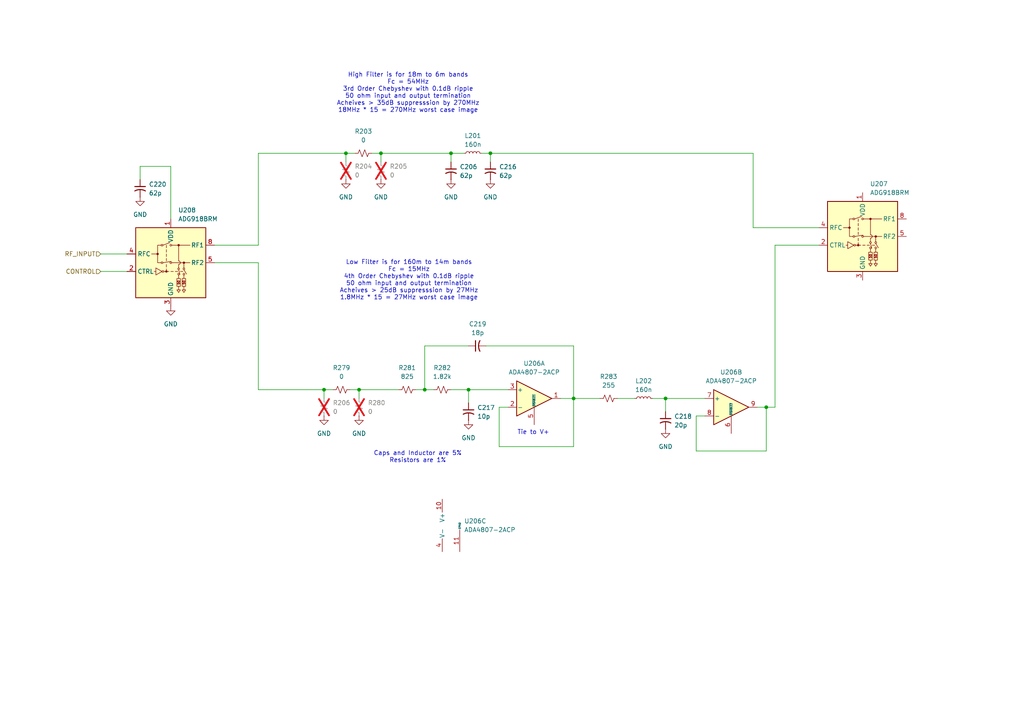
<source format=kicad_sch>
(kicad_sch (version 20250114) (generator "eeschema") (generator_version "9.0")
  (paper "A4")
  (lib_symbols
    (symbol "Amplifier_Operational:ADA4807-2ACP" (pin_names (offset 0.127))
      (property "Reference" "U" (at 3.81 5.08 0))
      (property "Value" "ADA4807-2ACP" (at 3.81 -5.08 0))
      (symbol "ADA4807-2ACP_1_1"
        (polyline (pts (xy -5.08 5.08) (xy 5.08 0) (xy -5.08 -5.08) (xy -5.08 5.08)) (stroke (width 0.254)) (fill (type background)))
        (pin input line (at -7.62 2.54 0) (length 2.54) (name "+") (number "3"))
        (pin input line (at -7.62 -2.54 0) (length 2.54) (name "-") (number "2"))
        (pin input line (at 0 -7.62 90) (length 5.08) (name "~{DISABLE1}") (number "5"))
        (pin output line (at 7.62 0 180) (length 2.54) (name "~") (number "1"))
      )
      (symbol "ADA4807-2ACP_2_1"
        (polyline (pts (xy -5.08 5.08) (xy 5.08 0) (xy -5.08 -5.08) (xy -5.08 5.08)) (stroke (width 0.254)) (fill (type background)))
        (pin input line (at -7.62 2.54 0) (length 2.54) (name "+") (number "7"))
        (pin input line (at -7.62 -2.54 0) (length 2.54) (name "-") (number "8"))
        (pin input line (at 0 -7.62 90) (length 5.08) (name "~{DISABLE2}") (number "6"))
        (pin output line (at 7.62 0 180) (length 2.54) (name "~") (number "9"))
      )
      (symbol "ADA4807-2ACP_3_1"
        (pin power_in line (at -2.54 7.62 270) (length 3.81) (name "V+") (number "10"))
        (pin power_in line (at -2.54 -7.62 90) (length 3.81) (name "V-") (number "4"))
        (pin power_in line (at 2.54 -7.62 90) (length 6.35) (name "EPAD") (number "11"))
      )
    )
    (symbol "Device:C_Small_US" (pin_numbers (hide yes)) (pin_names (offset 0.254) (hide yes))
      (property "Reference" "C" (at 0.254 1.778 0))
      (property "Value" "C_Small_US" (at 0.254 -2.032 0))
      (symbol "C_Small_US_0_1"
        (polyline (pts (xy -1.524 0.508) (xy 1.524 0.508)) (stroke (width 0.3048)))
        (arc (start -1.524 -0.762) (mid 0 -0.3734) (end 1.524 -0.762) (stroke (width 0.3048)))
      )
      (symbol "C_Small_US_1_1"
        (pin passive line (at 0 2.54 270) (length 2.032) (name "~") (number "1"))
        (pin passive line (at 0 -2.54 90) (length 2.032) (name "~") (number "2"))
      )
    )
    (symbol "Device:L_Small" (pin_numbers (hide yes)) (pin_names (offset 0.254) (hide yes))
      (property "Reference" "L" (at 0.762 1.016 0))
      (property "Value" "L_Small" (at 0.762 -1.016 0))
      (symbol "L_Small_0_1"
        (arc (start 0 2.032) (mid 0.5058 1.524) (end 0 1.016))
        (arc (start 0 1.016) (mid 0.5058 0.508) (end 0 0))
        (arc (start 0 0) (mid 0.5058 -0.508) (end 0 -1.016))
        (arc (start 0 -1.016) (mid 0.5058 -1.524) (end 0 -2.032))
      )
      (symbol "L_Small_1_1"
        (pin passive line (at 0 2.54 270) (length 0.508) (name "~") (number "1"))
        (pin passive line (at 0 -2.54 90) (length 0.508) (name "~") (number "2"))
      )
    )
    (symbol "Device:R_Small_US" (pin_numbers (hide yes)) (pin_names (offset 0.254) (hide yes))
      (property "Reference" "R" (at 0.762 0.508 0))
      (property "Value" "R_Small_US" (at 0.762 -1.016 0))
      (symbol "R_Small_US_1_1"
        (polyline (pts (xy 0 1.524) (xy 1.016 1.143) (xy 0 0.762) (xy -1.016 0.381) (xy 0 0)))
        (polyline (pts (xy 0 0) (xy 1.016 -0.381) (xy 0 -0.762) (xy -1.016 -1.143) (xy 0 -1.524)))
        (pin passive line (at 0 2.54 270) (length 1.016) (name "~") (number "1"))
        (pin passive line (at 0 -2.54 90) (length 1.016) (name "~") (number "2"))
      )
    )
    (symbol "RF_Switch:ADG918BRM"
      (property "Reference" "U" (at -10.16 11.43 0))
      (property "Value" "ADG918BRM" (at 1.27 11.43 0))
      (symbol "ADG918BRM_0_0"
        (rectangle (start -10.16 10.16) (end 10.16 -10.16) (stroke (width 0.254)) (fill (type background)))
        (polyline (pts (xy -4.318 -1.524) (xy -4.318 -3.556) (xy -2.54 -2.54) (xy -4.318 -1.524)))
        (polyline (pts (xy -4.318 -2.54) (xy -4.826 -2.54)))
        (circle (center -3.81 2.54) (radius 0.254) (fill (type outline)))
        (polyline (pts (xy -3.81 2.54) (xy -5.588 2.54)))
        (polyline (pts (xy -2.794 0) (xy -3.81 0) (xy -3.81 5.08) (xy -2.794 5.08)))
        (circle (center -2.286 -2.54) (radius 0.254))
        (polyline (pts (xy -1.27 5.08) (xy -1.27 4.318)))
        (polyline (pts (xy -1.27 3.81) (xy -1.27 3.048)))
        (polyline (pts (xy -1.27 2.54) (xy -1.27 1.778)))
        (polyline (pts (xy -1.27 1.27) (xy -1.27 0.508)))
        (polyline (pts (xy -1.27 -1.27) (xy -1.27 -0.508)))
        (circle (center -1.27 -2.54) (radius 0.254) (fill (type outline)))
        (polyline (pts (xy -1.27 -2.54) (xy -1.27 -1.778)))
        (polyline (pts (xy -0.508 -2.54) (xy -2.032 -2.54)))
        (polyline (pts (xy 0 -2.54) (xy 0.762 -2.54)))
        (polyline (pts (xy 0.254 5.08) (xy 5.588 5.08)))
        (polyline (pts (xy 0.254 0) (xy 5.588 0)))
        (polyline (pts (xy 2.032 -2.54) (xy 1.27 -2.54)))
        (arc (start 2.286 0.508) (mid 2.792 0) (end 2.286 -0.508))
        (polyline (pts (xy 2.286 0.508) (xy 2.286 5.08)))
        (polyline (pts (xy 3.556 -2.54) (xy 2.794 -2.54)))
        (text "50" (at 2.286 -5.715 900) (effects (font (size 0.635 0.635))))
        (text "50" (at 3.81 -5.715 900) (effects (font (size 0.635 0.635))))
      )
      (symbol "ADG918BRM_0_1"
        (circle (center -2.54 5.08) (radius 0.254))
        (circle (center -2.54 0) (radius 0.254))
        (polyline (pts (xy -2.286 5.08) (xy -0.254 5.842)))
        (polyline (pts (xy -2.286 0) (xy 0.127 0.381)))
        (circle (center 0 5.08) (radius 0.254))
        (circle (center 0 0) (radius 0.254))
        (rectangle (start 1.778 -4.572) (end 2.794 -6.858))
        (circle (center 2.286 5.08) (radius 0.254) (fill (type outline)))
        (polyline (pts (xy 2.286 -0.508) (xy 2.286 -1.524)))
        (circle (center 2.286 -1.778) (radius 0.254))
        (polyline (pts (xy 2.286 -2.032) (xy 2.667 -3.429)))
        (circle (center 2.286 -3.302) (radius 0.254))
        (polyline (pts (xy 2.286 -3.556) (xy 2.286 -4.572)))
        (polyline (pts (xy 2.286 -6.858) (xy 2.286 -7.874) (xy 1.778 -7.874) (xy 2.286 -8.636) (xy 2.794 -7.874) (xy 2.286 -7.874)))
        (rectangle (start 3.302 -4.572) (end 4.318 -6.858))
        (polyline (pts (xy 3.81 0) (xy 3.81 -1.524)))
        (circle (center 3.81 0) (radius 0.254) (fill (type outline)))
        (circle (center 3.81 -1.778) (radius 0.254))
        (polyline (pts (xy 3.81 -2.032) (xy 4.572 -3.302)))
        (circle (center 3.81 -3.302) (radius 0.254))
        (polyline (pts (xy 3.81 -3.556) (xy 3.81 -4.572)))
        (polyline (pts (xy 3.81 -6.858) (xy 3.81 -7.874) (xy 3.302 -7.874) (xy 3.81 -8.636) (xy 4.318 -7.874) (xy 3.81 -7.874)))
      )
      (symbol "ADG918BRM_1_1"
        (pin passive line (at -12.7 2.54 0) (length 2.54) (name "RFC") (number "4"))
        (pin input line (at -12.7 -2.54 0) (length 2.54) (name "CTRL") (number "2"))
        (pin power_in line (at 0 12.7 270) (length 2.54) (name "VDD") (number "1"))
        (pin power_in line (at 0 -12.7 90) (length 2.54) (name "GND") (number "3"))
        (pin passive line (at 0 -12.7 90) (length 2.54) (hide yes) (name "GND") (number "6"))
        (pin passive line (at 0 -12.7 90) (length 2.54) (hide yes) (name "GND") (number "7"))
        (pin passive line (at 12.7 5.08 180) (length 2.54) (name "RF1") (number "8"))
        (pin passive line (at 12.7 0 180) (length 2.54) (name "RF2") (number "5"))
      )
    )
    (symbol "power:GND" (power) (pin_numbers (hide yes)) (pin_names (offset 0) (hide yes))
      (property "Value" "GND" (at 0 -3.81 0))
      (symbol "GND_0_1"
        (polyline (pts (xy 0 0) (xy 0 -1.27) (xy 1.27 -1.27) (xy 0 -2.54) (xy -1.27 -1.27) (xy 0 -1.27)))
      )
      (symbol "GND_1_1"
        (pin power_in line (at 0 0 270) (length 0) (name "~") (number "1"))
      )
    )
  )
  (text "Caps and Inductor are 5%\nResistors are 1%" (at 121.158 132.588 0) (effects (font (size 1.27 1.27))))
  (text "Low Filter is for 160m to 14m bands\nFc = 15MHz\n4th Order Chebyshev with 0.1dB ripple\n50 ohm input and output termination\nAcheives > 25dB suppresssion by 27MHz\n1.8MHz * 15 = 27MHz worst case image" (at 118.618 81.28 0) (effects (font (size 1.27 1.27))))
  (text "High Filter is for 18m to 6m bands\nFc = 54MHz\n3rd Order Chebyshev with 0.1dB ripple\n50 ohm input and output termination\nAcheives > 35dB suppresssion by 270MHz\n18MHz * 15 = 270MHz worst case image" (at 118.364 26.924 0) (effects (font (size 1.27 1.27))))
  (text "Tie to V+" (at 154.686 125.476 0) (effects (font (size 1.27 1.27))))
  (junction (at 110.49 44.45))
  (junction (at 100.33 44.45))
  (junction (at 222.25 118.11))
  (junction (at 104.14 113.03))
  (junction (at 166.37 115.57))
  (junction (at 193.04 115.57))
  (junction (at 123.19 113.03))
  (junction (at 142.24 44.45))
  (junction (at 93.98 113.03))
  (junction (at 130.81 44.45))
  (junction (at 135.89 113.03))
  (wire (pts (xy 193.04 115.57) (xy 204.47 115.57)))
  (wire (pts (xy 62.23 71.12) (xy 74.93 71.12)))
  (wire (pts (xy 74.93 113.03) (xy 93.98 113.03)))
  (wire (pts (xy 162.56 115.57) (xy 166.37 115.57)))
  (wire (pts (xy 93.98 113.03) (xy 93.98 115.57)))
  (wire (pts (xy 166.37 129.54) (xy 144.78 129.54)))
  (wire (pts (xy 166.37 100.33) (xy 166.37 115.57)))
  (wire (pts (xy 219.71 118.11) (xy 222.25 118.11)))
  (wire (pts (xy 29.21 73.66) (xy 36.83 73.66)))
  (wire (pts (xy 222.25 130.81) (xy 201.93 130.81)))
  (wire (pts (xy 123.19 113.03) (xy 125.73 113.03)))
  (wire (pts (xy 74.93 71.12) (xy 74.93 44.45)))
  (wire (pts (xy 189.23 115.57) (xy 193.04 115.57)))
  (wire (pts (xy 179.07 115.57) (xy 184.15 115.57)))
  (wire (pts (xy 135.89 113.03) (xy 147.32 113.03)))
  (wire (pts (xy 100.33 44.45) (xy 102.87 44.45)))
  (wire (pts (xy 237.49 66.04) (xy 218.44 66.04)))
  (wire (pts (xy 201.93 130.81) (xy 201.93 120.65)))
  (wire (pts (xy 100.33 44.45) (xy 100.33 46.99)))
  (wire (pts (xy 224.79 118.11) (xy 224.79 71.12)))
  (wire (pts (xy 40.64 52.07) (xy 40.64 48.26)))
  (wire (pts (xy 107.95 44.45) (xy 110.49 44.45)))
  (wire (pts (xy 218.44 44.45) (xy 142.24 44.45)))
  (wire (pts (xy 123.19 100.33) (xy 123.19 113.03)))
  (wire (pts (xy 144.78 129.54) (xy 144.78 118.11)))
  (wire (pts (xy 135.89 100.33) (xy 123.19 100.33)))
  (wire (pts (xy 130.81 113.03) (xy 135.89 113.03)))
  (wire (pts (xy 193.04 119.38) (xy 193.04 115.57)))
  (wire (pts (xy 222.25 118.11) (xy 224.79 118.11)))
  (wire (pts (xy 142.24 44.45) (xy 142.24 46.99)))
  (wire (pts (xy 201.93 120.65) (xy 204.47 120.65)))
  (wire (pts (xy 29.21 78.74) (xy 36.83 78.74)))
  (wire (pts (xy 218.44 66.04) (xy 218.44 44.45)))
  (wire (pts (xy 101.6 113.03) (xy 104.14 113.03)))
  (wire (pts (xy 110.49 44.45) (xy 130.81 44.45)))
  (wire (pts (xy 93.98 113.03) (xy 96.52 113.03)))
  (wire (pts (xy 134.62 44.45) (xy 130.81 44.45)))
  (wire (pts (xy 166.37 115.57) (xy 173.99 115.57)))
  (wire (pts (xy 135.89 113.03) (xy 135.89 116.84)))
  (wire (pts (xy 74.93 44.45) (xy 100.33 44.45)))
  (wire (pts (xy 139.7 44.45) (xy 142.24 44.45)))
  (wire (pts (xy 120.65 113.03) (xy 123.19 113.03)))
  (wire (pts (xy 104.14 113.03) (xy 104.14 115.57)))
  (wire (pts (xy 140.97 100.33) (xy 166.37 100.33)))
  (wire (pts (xy 49.53 48.26) (xy 49.53 63.5)))
  (wire (pts (xy 166.37 115.57) (xy 166.37 129.54)))
  (wire (pts (xy 74.93 76.2) (xy 74.93 113.03)))
  (wire (pts (xy 130.81 44.45) (xy 130.81 46.99)))
  (wire (pts (xy 62.23 76.2) (xy 74.93 76.2)))
  (wire (pts (xy 115.57 113.03) (xy 104.14 113.03)))
  (wire (pts (xy 144.78 118.11) (xy 147.32 118.11)))
  (wire (pts (xy 110.49 44.45) (xy 110.49 46.99)))
  (wire (pts (xy 222.25 118.11) (xy 222.25 130.81)))
  (wire (pts (xy 40.64 48.26) (xy 49.53 48.26)))
  (wire (pts (xy 224.79 71.12) (xy 237.49 71.12)))
  (hierarchical_label "RF_INPUT" (shape input) (at 29.21 73.66 180))
  (hierarchical_label "CONTROL" (shape input) (at 29.21 78.74 180))
  (symbol (lib_id "Amplifier_Operational:ADA4807-2ACP") (at 130.81 152.4 0) (unit 3)
    (property "Reference" "U206" (at 134.62 151.1299 0) (effects (justify left)))
    (property "Value" "ADA4807-2ACP" (at 134.62 153.6699 0) (effects (justify left)))
    (property "Footprint" "Package_CSP:LFCSP-WD-10-1EP_3x3mm_P0.5mm_EP1.64x2.38mm" (effects (hide yes)))
    (property "Datasheet" "https://www.analog.com/media/en/technical-documentation/data-sheets/ADA4807-1_4807-2_4807-4.pdf" (effects (hide yes)))
    (property "Description" "Dual Rail-to-Rail Input/Output Amplifiers, with disable, SC-70-6/SOT-23-6" (effects (hide yes)))
  )
  (symbol (lib_id "Device:L_Small") (at 137.16 44.45 270) (mirror x) (unit 1)
    (property "Reference" "L201" (at 137.16 39.37 90))
    (property "Value" "160n" (at 137.16 41.91 90))
    (property "Description" "Inductor, small symbol" (effects (hide yes)))
  )
  (symbol (lib_id "Device:C_Small_US") (at 142.24 49.53 0) (unit 1)
    (property "Reference" "C216" (at 144.78 48.3869 0) (effects (justify left)))
    (property "Value" "62p" (at 144.78 50.9269 0) (effects (justify left)))
    (property "Description" "capacitor, small US symbol" (effects (hide yes)))
  )
  (symbol (lib_id "power:GND") (at 93.98 120.65 0) (unit 1)
    (property "Reference" "#PWR0249" (effects (hide yes)))
    (property "Value" "GND" (at 93.98 125.73 0))
    (property "Description" "Power symbol creates a global label with name \"GND\" , ground" (effects (hide yes)))
  )
  (symbol (lib_id "Device:R_Small_US") (at 93.98 118.11 180) (unit 1) (dnp yes)
    (property "Reference" "R206" (at 96.52 116.8399 0) (effects (justify right)))
    (property "Value" "0" (at 96.52 119.3799 0) (effects (justify right)))
    (property "Description" "Resistor, small US symbol" (effects (hide yes)))
  )
  (symbol (lib_id "RF_Switch:ADG918BRM") (at 250.19 68.58 0) (unit 1)
    (property "Reference" "U207" (at 252.3333 53.34 0) (effects (justify left)))
    (property "Value" "ADG918BRM" (at 252.3333 55.88 0) (effects (justify left)))
    (property "Footprint" "Package_SO:MSOP-8_3x3mm_P0.65mm" (effects (hide yes)))
    (property "Datasheet" "https://www.analog.com/media/en/technical-documentation/data-sheets/ADG918_919.pdf" (effects (hide yes)))
    (property "Description" "SPDT DC-4GHz absorbative switch, 43dB isolation at 1GHz, MSOP-8" (effects (hide yes)))
  )
  (symbol (lib_id "power:GND") (at 49.53 88.9 0) (unit 1)
    (property "Reference" "#PWR0269" (effects (hide yes)))
    (property "Value" "GND" (at 49.53 93.98 0))
    (property "Description" "Power symbol creates a global label with name \"GND\" , ground" (effects (hide yes)))
  )
  (symbol (lib_id "Amplifier_Operational:ADA4807-2ACP") (at 154.94 115.57 0) (unit 1)
    (property "Reference" "U206" (at 154.94 105.41 0))
    (property "Value" "ADA4807-2ACP" (at 154.94 107.95 0))
    (property "Footprint" "Package_CSP:LFCSP-WD-10-1EP_3x3mm_P0.5mm_EP1.64x2.38mm" (effects (hide yes)))
    (property "Datasheet" "https://www.analog.com/media/en/technical-documentation/data-sheets/ADA4807-1_4807-2_4807-4.pdf" (effects (hide yes)))
    (property "Description" "Dual Rail-to-Rail Input/Output Amplifiers, with disable, SC-70-6/SOT-23-6" (effects (hide yes)))
  )
  (symbol (lib_id "Device:R_Small_US") (at 104.14 118.11 180) (unit 1) (dnp yes)
    (property "Reference" "R280" (at 106.68 116.8399 0) (effects (justify right)))
    (property "Value" "0" (at 106.68 119.3799 0) (effects (justify right)))
    (property "Description" "Resistor, small US symbol" (effects (hide yes)))
  )
  (symbol (lib_id "power:GND") (at 104.14 120.65 0) (unit 1)
    (property "Reference" "#PWR0261" (effects (hide yes)))
    (property "Value" "GND" (at 104.14 125.73 0))
    (property "Description" "Power symbol creates a global label with name \"GND\" , ground" (effects (hide yes)))
  )
  (symbol (lib_id "power:GND") (at 100.33 52.07 0) (unit 1)
    (property "Reference" "#PWR0218" (effects (hide yes)))
    (property "Value" "GND" (at 100.33 57.15 0))
    (property "Description" "Power symbol creates a global label with name \"GND\" , ground" (effects (hide yes)))
  )
  (symbol (lib_id "power:GND") (at 110.49 52.07 0) (unit 1)
    (property "Reference" "#PWR0219" (effects (hide yes)))
    (property "Value" "GND" (at 110.49 57.15 0))
    (property "Description" "Power symbol creates a global label with name \"GND\" , ground" (effects (hide yes)))
  )
  (symbol (lib_id "Amplifier_Operational:ADA4807-2ACP") (at 212.09 118.11 0) (unit 2)
    (property "Reference" "U206" (at 212.09 107.95 0))
    (property "Value" "ADA4807-2ACP" (at 212.09 110.49 0))
    (property "Footprint" "Package_CSP:LFCSP-WD-10-1EP_3x3mm_P0.5mm_EP1.64x2.38mm" (effects (hide yes)))
    (property "Datasheet" "https://www.analog.com/media/en/technical-documentation/data-sheets/ADA4807-1_4807-2_4807-4.pdf" (effects (hide yes)))
    (property "Description" "Dual Rail-to-Rail Input/Output Amplifiers, with disable, SC-70-6/SOT-23-6" (effects (hide yes)))
  )
  (symbol (lib_id "Device:R_Small_US") (at 100.33 49.53 180) (unit 1) (dnp yes)
    (property "Reference" "R204" (at 102.87 48.2599 0) (effects (justify right)))
    (property "Value" "0" (at 102.87 50.7999 0) (effects (justify right)))
    (property "Description" "Resistor, small US symbol" (effects (hide yes)))
  )
  (symbol (lib_id "power:GND") (at 40.64 57.15 0) (unit 1)
    (property "Reference" "#PWR0270" (effects (hide yes)))
    (property "Value" "GND" (at 40.64 62.23 0))
    (property "Description" "Power symbol creates a global label with name \"GND\" , ground" (effects (hide yes)))
  )
  (symbol (lib_id "Device:C_Small_US") (at 135.89 119.38 0) (unit 1)
    (property "Reference" "C217" (at 138.43 118.2369 0) (effects (justify left)))
    (property "Value" "10p" (at 138.43 120.7769 0) (effects (justify left)))
    (property "Description" "capacitor, small US symbol" (effects (hide yes)))
  )
  (symbol (lib_id "power:GND") (at 130.81 52.07 0) (unit 1)
    (property "Reference" "#PWR0262" (effects (hide yes)))
    (property "Value" "GND" (at 130.81 57.15 0))
    (property "Description" "Power symbol creates a global label with name \"GND\" , ground" (effects (hide yes)))
  )
  (symbol (lib_id "Device:R_Small_US") (at 176.53 115.57 270) (unit 1)
    (property "Reference" "R283" (at 176.53 109.22 90))
    (property "Value" "255" (at 176.53 111.76 90))
    (property "Description" "Resistor, small US symbol" (effects (hide yes)))
  )
  (symbol (lib_id "Device:C_Small_US") (at 40.64 54.61 0) (unit 1)
    (property "Reference" "C220" (at 43.18 53.4669 0) (effects (justify left)))
    (property "Value" "62p" (at 43.18 56.0069 0) (effects (justify left)))
    (property "Description" "capacitor, small US symbol" (effects (hide yes)))
  )
  (symbol (lib_id "Device:R_Small_US") (at 99.06 113.03 90) (unit 1)
    (property "Reference" "R279" (at 99.06 106.68 90))
    (property "Value" "0" (at 99.06 109.22 90))
    (property "Description" "Resistor, small US symbol" (effects (hide yes)))
  )
  (symbol (lib_id "power:GND") (at 142.24 52.07 0) (unit 1)
    (property "Reference" "#PWR0263" (effects (hide yes)))
    (property "Value" "GND" (at 142.24 57.15 0))
    (property "Description" "Power symbol creates a global label with name \"GND\" , ground" (effects (hide yes)))
  )
  (symbol (lib_id "RF_Switch:ADG918BRM") (at 49.53 76.2 0) (unit 1)
    (property "Reference" "U208" (at 51.6733 60.96 0) (effects (justify left)))
    (property "Value" "ADG918BRM" (at 51.6733 63.5 0) (effects (justify left)))
    (property "Footprint" "Package_SO:MSOP-8_3x3mm_P0.65mm" (effects (hide yes)))
    (property "Datasheet" "https://www.analog.com/media/en/technical-documentation/data-sheets/ADG918_919.pdf" (effects (hide yes)))
    (property "Description" "SPDT DC-4GHz absorbative switch, 43dB isolation at 1GHz, MSOP-8" (effects (hide yes)))
  )
  (symbol (lib_id "power:GND") (at 135.89 121.92 0) (unit 1)
    (property "Reference" "#PWR0264" (effects (hide yes)))
    (property "Value" "GND" (at 135.89 127 0))
    (property "Description" "Power symbol creates a global label with name \"GND\" , ground" (effects (hide yes)))
  )
  (symbol (lib_id "Device:C_Small_US") (at 130.81 49.53 0) (unit 1)
    (property "Reference" "C206" (at 133.35 48.3869 0) (effects (justify left)))
    (property "Value" "62p" (at 133.35 50.9269 0) (effects (justify left)))
    (property "Description" "capacitor, small US symbol" (effects (hide yes)))
  )
  (symbol (lib_id "Device:L_Small") (at 186.69 115.57 270) (mirror x) (unit 1)
    (property "Reference" "L202" (at 186.69 110.49 90))
    (property "Value" "160n" (at 186.69 113.03 90))
    (property "Description" "Inductor, small symbol" (effects (hide yes)))
  )
  (symbol (lib_id "Device:C_Small_US") (at 193.04 121.92 0) (unit 1)
    (property "Reference" "C218" (at 195.58 120.7769 0) (effects (justify left)))
    (property "Value" "20p" (at 195.58 123.3169 0) (effects (justify left)))
    (property "Description" "capacitor, small US symbol" (effects (hide yes)))
  )
  (symbol (lib_id "Device:C_Small_US") (at 138.43 100.33 90) (unit 1)
    (property "Reference" "C219" (at 138.557 93.98 90))
    (property "Value" "18p" (at 138.557 96.52 90))
    (property "Description" "capacitor, small US symbol" (effects (hide yes)))
  )
  (symbol (lib_id "power:GND") (at 193.04 124.46 0) (unit 1)
    (property "Reference" "#PWR0265" (effects (hide yes)))
    (property "Value" "GND" (at 193.04 129.54 0))
    (property "Description" "Power symbol creates a global label with name \"GND\" , ground" (effects (hide yes)))
  )
  (symbol (lib_id "Device:R_Small_US") (at 110.49 49.53 180) (unit 1) (dnp yes)
    (property "Reference" "R205" (at 113.03 48.2599 0) (effects (justify right)))
    (property "Value" "0" (at 113.03 50.7999 0) (effects (justify right)))
    (property "Description" "Resistor, small US symbol" (effects (hide yes)))
  )
  (symbol (lib_id "Device:R_Small_US") (at 105.41 44.45 90) (unit 1)
    (property "Reference" "R203" (at 105.41 38.1 90))
    (property "Value" "0" (at 105.41 40.64 90))
    (property "Description" "Resistor, small US symbol" (effects (hide yes)))
  )
  (symbol (lib_id "Device:R_Small_US") (at 118.11 113.03 270) (unit 1)
    (property "Reference" "R281" (at 118.11 106.68 90))
    (property "Value" "825" (at 118.11 109.22 90))
    (property "Description" "Resistor, small US symbol" (effects (hide yes)))
  )
  (symbol (lib_id "Device:R_Small_US") (at 128.27 113.03 270) (unit 1)
    (property "Reference" "R282" (at 128.27 106.68 90))
    (property "Value" "1.82k" (at 128.27 109.22 90))
    (property "Description" "Resistor, small US symbol" (effects (hide yes)))
  )
)
</source>
